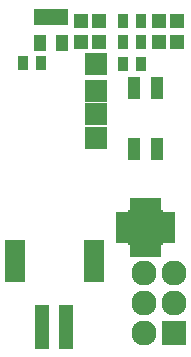
<source format=gbs>
G04 #@! TF.FileFunction,Soldermask,Bot*
%FSLAX46Y46*%
G04 Gerber Fmt 4.6, Leading zero omitted, Abs format (unit mm)*
G04 Created by KiCad (PCBNEW 4.0.0-rc1-stable) date 11/12/2015 8:05:50 PM*
%MOMM*%
G01*
G04 APERTURE LIST*
%ADD10C,0.100000*%
%ADD11R,1.200000X1.150000*%
%ADD12R,1.197560X1.197560*%
%ADD13R,1.130000X0.700000*%
%ADD14R,0.700000X1.130000*%
%ADD15R,1.700000X1.700000*%
%ADD16R,1.198120X3.698120*%
%ADD17R,1.698120X3.598120*%
%ADD18R,2.127200X2.127200*%
%ADD19O,2.127200X2.127200*%
%ADD20R,1.050000X1.460000*%
%ADD21R,0.900000X1.300000*%
%ADD22R,1.100000X1.850000*%
%ADD23R,1.901140X1.901140*%
G04 APERTURE END LIST*
D10*
D11*
X149618000Y-67818000D03*
X151118000Y-67818000D03*
X151118000Y-66040000D03*
X149618000Y-66040000D03*
D12*
X156222700Y-66040000D03*
X157721300Y-66040000D03*
X156222700Y-67818000D03*
X157721300Y-67818000D03*
D13*
X153102000Y-84566000D03*
X153102000Y-84066000D03*
X153102000Y-83566000D03*
X153102000Y-83066000D03*
X153102000Y-82566000D03*
D14*
X154067000Y-81601000D03*
X154567000Y-81601000D03*
X155067000Y-81601000D03*
X155567000Y-81601000D03*
X156067000Y-81601000D03*
D13*
X157032000Y-82566000D03*
X157032000Y-83066000D03*
X157032000Y-83566000D03*
X157032000Y-84066000D03*
X157032000Y-84566000D03*
D14*
X156067000Y-85531000D03*
X155567000Y-85531000D03*
X155067000Y-85531000D03*
X154567000Y-85531000D03*
X154067000Y-85531000D03*
D15*
X155717000Y-82916000D03*
X155717000Y-84216000D03*
X154417000Y-82916000D03*
X154417000Y-84216000D03*
D16*
X146320000Y-91948000D03*
X148320000Y-91948000D03*
D17*
X150670000Y-86398000D03*
X143970000Y-86398000D03*
D18*
X157480000Y-92456000D03*
D19*
X154940000Y-92456000D03*
X157480000Y-89916000D03*
X154940000Y-89916000D03*
X157480000Y-87376000D03*
X154940000Y-87376000D03*
D20*
X146116000Y-65702000D03*
X147066000Y-65702000D03*
X148016000Y-65702000D03*
X148016000Y-67902000D03*
X146116000Y-67902000D03*
D21*
X153174000Y-66040000D03*
X154674000Y-66040000D03*
X146165000Y-69596000D03*
X144665000Y-69596000D03*
X154674000Y-67818000D03*
X153174000Y-67818000D03*
X154674000Y-69723000D03*
X153174000Y-69723000D03*
D22*
X154067000Y-76870000D03*
X154067000Y-71720000D03*
X156067000Y-71720000D03*
X156067000Y-76870000D03*
D23*
X150876000Y-73914000D03*
X150876000Y-72009000D03*
X150876000Y-75946000D03*
X150876000Y-69723000D03*
M02*

</source>
